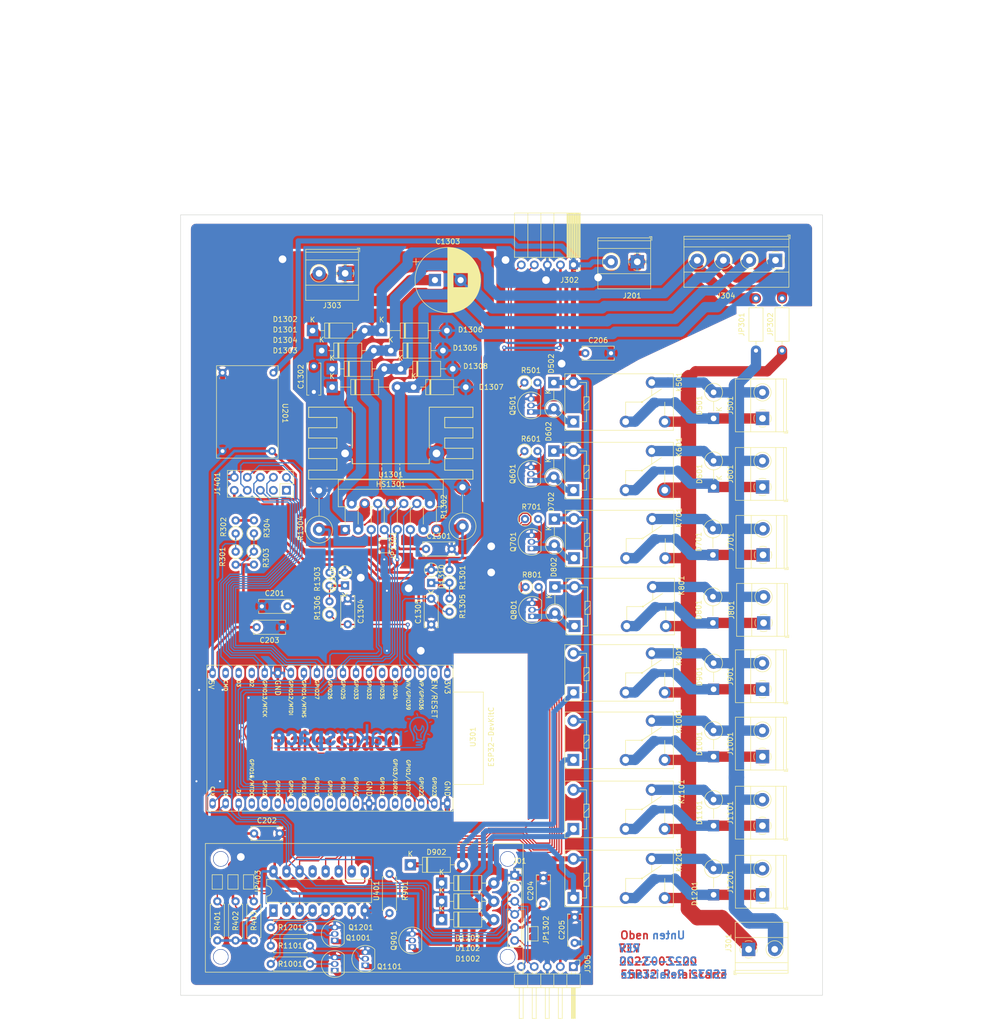
<source format=kicad_pcb>
(kicad_pcb (version 20211014) (generator pcbnew)

  (general
    (thickness 1.6)
  )

  (paper "A4" portrait)
  (title_block
    (title "ESP32 Relaiskarte")
    (date "2022-03-21")
    (rev "0.0.1")
    (company "makerspace Bocholt")
    (comment 1 "+ optionale Servo Ansteuerung")
    (comment 2 "+ optionale Lan Karte")
    (comment 4 "Frank Tobergte")
  )

  (layers
    (0 "F.Cu" signal)
    (31 "B.Cu" signal)
    (32 "B.Adhes" user "B.Adhesive")
    (33 "F.Adhes" user "F.Adhesive")
    (34 "B.Paste" user)
    (35 "F.Paste" user)
    (36 "B.SilkS" user "B.Silkscreen")
    (37 "F.SilkS" user "F.Silkscreen")
    (38 "B.Mask" user)
    (39 "F.Mask" user)
    (40 "Dwgs.User" user "User.Drawings")
    (41 "Cmts.User" user "User.Comments")
    (42 "Eco1.User" user "User.Eco1")
    (43 "Eco2.User" user "User.Eco2")
    (44 "Edge.Cuts" user)
    (45 "Margin" user)
    (46 "B.CrtYd" user "B.Courtyard")
    (47 "F.CrtYd" user "F.Courtyard")
    (48 "B.Fab" user)
    (49 "F.Fab" user)
    (50 "User.1" user "Nutzer.1")
    (51 "User.2" user "Nutzer.2")
    (52 "User.3" user "Nutzer.3")
    (53 "User.4" user "Nutzer.4")
    (54 "User.5" user "Nutzer.5")
    (55 "User.6" user "Nutzer.6")
    (56 "User.7" user "Nutzer.7")
    (57 "User.8" user "Nutzer.8")
    (58 "User.9" user "Nutzer.9")
  )

  (setup
    (stackup
      (layer "F.SilkS" (type "Top Silk Screen"))
      (layer "F.Paste" (type "Top Solder Paste"))
      (layer "F.Mask" (type "Top Solder Mask") (thickness 0.01))
      (layer "F.Cu" (type "copper") (thickness 0.035))
      (layer "dielectric 1" (type "core") (thickness 1.51) (material "FR4") (epsilon_r 4.5) (loss_tangent 0.02))
      (layer "B.Cu" (type "copper") (thickness 0.035))
      (layer "B.Mask" (type "Bottom Solder Mask") (thickness 0.01))
      (layer "B.Paste" (type "Bottom Solder Paste"))
      (layer "B.SilkS" (type "Bottom Silk Screen"))
      (copper_finish "None")
      (dielectric_constraints no)
    )
    (pad_to_mask_clearance 0)
    (pcbplotparams
      (layerselection 0x0040020_ffffffff)
      (disableapertmacros false)
      (usegerberextensions false)
      (usegerberattributes true)
      (usegerberadvancedattributes true)
      (creategerberjobfile true)
      (svguseinch false)
      (svgprecision 6)
      (excludeedgelayer false)
      (plotframeref true)
      (viasonmask false)
      (mode 1)
      (useauxorigin false)
      (hpglpennumber 1)
      (hpglpenspeed 20)
      (hpglpendiameter 15.000000)
      (dxfpolygonmode true)
      (dxfimperialunits true)
      (dxfusepcbnewfont true)
      (psnegative false)
      (psa4output false)
      (plotreference true)
      (plotvalue true)
      (plotinvisibletext false)
      (sketchpadsonfab false)
      (subtractmaskfromsilk false)
      (outputformat 4)
      (mirror false)
      (drillshape 2)
      (scaleselection 1)
      (outputdirectory "Ausgaben/")
    )
  )

  (net 0 "")
  (net 1 "+12V")
  (net 2 "/Digital/Relais Ansteuerung/A")
  (net 3 "/Digital/Relais Ansteuerung/B")
  (net 4 "Net-(Q501-Pad2)")
  (net 5 "GND")
  (net 6 "Net-(Q601-Pad2)")
  (net 7 "Net-(Q701-Pad2)")
  (net 8 "Net-(Q801-Pad2)")
  (net 9 "Net-(Q901-Pad2)")
  (net 10 "Net-(Q1001-Pad2)")
  (net 11 "Net-(Q1101-Pad2)")
  (net 12 "Net-(Q1201-Pad2)")
  (net 13 "unconnected-(U401-Pad13)")
  (net 14 "/Digital/Relais Ansteuerung/Relais0/On")
  (net 15 "/Digital/Relais Ansteuerung/Relais1/On")
  (net 16 "/Digital/Relais Ansteuerung/Relais2/On")
  (net 17 "/Digital/Relais Ansteuerung/Relais3/On")
  (net 18 "/Digital/Relais Ansteuerung/Relais4/On")
  (net 19 "/Digital/Relais Ansteuerung/Relais5/On")
  (net 20 "/Digital/Relais Ansteuerung/Relais6/On")
  (net 21 "/Digital/Relais Ansteuerung/Relais7/On")
  (net 22 "/Digital/Lan/Sck")
  (net 23 "+3V3")
  (net 24 "unconnected-(U301-Pad2)")
  (net 25 "/Digital/Lan/So")
  (net 26 "/Digital/Lan/Si")
  (net 27 "/Digital/PCA9635 Servo/OE")
  (net 28 "unconnected-(U301-Pad16)")
  (net 29 "unconnected-(U301-Pad17)")
  (net 30 "unconnected-(U301-Pad18)")
  (net 31 "/Digital/SCL")
  (net 32 "Net-(J1301-Pad6)")
  (net 33 "unconnected-(U301-Pad5)")
  (net 34 "unconnected-(U301-Pad23)")
  (net 35 "unconnected-(U301-Pad24)")
  (net 36 "unconnected-(U301-Pad25)")
  (net 37 "/Digital/Lan/Cs")
  (net 38 "unconnected-(U301-Pad27)")
  (net 39 "unconnected-(U301-Pad28)")
  (net 40 "/Digital/Lan/CLK")
  (net 41 "unconnected-(U301-Pad30)")
  (net 42 "unconnected-(U301-Pad33)")
  (net 43 "unconnected-(U301-Pad34)")
  (net 44 "unconnected-(U301-Pad35)")
  (net 45 "unconnected-(U301-Pad6)")
  (net 46 "/Digital/Lan/Wol")
  (net 47 "/Digital/Relais Ansteuerung/Relais0/AB")
  (net 48 "/Digital/Relais Ansteuerung/Relais1/AB")
  (net 49 "/Digital/Relais Ansteuerung/Relais2/AB")
  (net 50 "/Digital/Relais Ansteuerung/Relais3/AB")
  (net 51 "/Digital/Relais Ansteuerung/Relais4/AB")
  (net 52 "/Digital/Relais Ansteuerung/Relais5/AB")
  (net 53 "/Digital/Relais Ansteuerung/Relais6/AB")
  (net 54 "/Digital/Relais Ansteuerung/Relais7/AB")
  (net 55 "/Digital/Relais Ansteuerung/Relais0/mitte")
  (net 56 "/Digital/Relais Ansteuerung/Relais1/mitte")
  (net 57 "/Digital/Relais Ansteuerung/Relais2/mitte")
  (net 58 "/Digital/Relais Ansteuerung/Relais3/mitte")
  (net 59 "/Digital/Relais Ansteuerung/Relais4/mitte")
  (net 60 "/Digital/Relais Ansteuerung/Relais5/mitte")
  (net 61 "/Digital/Relais Ansteuerung/Relais6/mitte")
  (net 62 "/Digital/Relais Ansteuerung/Relais7/mitte")
  (net 63 "/Digital/Motortreiber/M2B")
  (net 64 "/Digital/Motortreiber/M2A")
  (net 65 "/Digital/Motortreiber/M1B")
  (net 66 "/Digital/Motortreiber/M1A")
  (net 67 "/Digital/Motortreiber/1m")
  (net 68 "+5V")
  (net 69 "/Digital/Motortreiber/2m")
  (net 70 "/Digital/Motortreiber/GNDPWR")
  (net 71 "/Digital/Motortreiber/VS")
  (net 72 "Net-(JP401-Pad2)")
  (net 73 "Net-(JP402-Pad2)")
  (net 74 "Net-(JP403-Pad2)")
  (net 75 "/Digital/Lan/Reset")
  (net 76 "/Digital/SDA")
  (net 77 "/Digital/Lan/Int")
  (net 78 "Net-(D1309-Pad1)")
  (net 79 "/Digital/1Mess")
  (net 80 "/Digital/2Mess")
  (net 81 "/Digital/1A")
  (net 82 "/Digital/1En")
  (net 83 "/Digital/1B")
  (net 84 "/Digital/2A")
  (net 85 "/Digital/2En")
  (net 86 "/Digital/2B")
  (net 87 "Net-(D1310-Pad1)")
  (net 88 "unconnected-(U301-Pad29)")

  (footprint "Package_TO_SOT_THT:TO-92_Inline" (layer "F.Cu") (at 76.232 220.726 90))

  (footprint "Diode_THT:D_DO-41_SOD81_P5.08mm_Vertical_KathodeUp" (layer "F.Cu") (at 149.892 139.847591 90))

  (footprint "Diode_THT:D_DO-41_SOD81_P5.08mm_Vertical_KathodeUp" (layer "F.Cu") (at 118.904 106.299 -90))

  (footprint "Diode_THT:D_DO-41_SOD81_P10.16mm_Horizontal" (layer "F.Cu") (at 97.06 207.264))

  (footprint "Resistor_THT:R_Axial_DIN0207_L6.3mm_D2.5mm_P2.54mm_Vertical" (layer "F.Cu") (at 56.9425 135.6795 90))

  (footprint "Diode_THT:D_DO-41_SOD81_P5.08mm_Vertical_KathodeUp" (layer "F.Cu") (at 150.014 192.552591 90))

  (footprint "Resistor_THT:R_Axial_DIN0207_L6.3mm_D2.5mm_P10.16mm_Horizontal" (layer "F.Cu") (at 158.274 89.916 -90))

  (footprint "Relay_THT:Relay_SPDT_Omron-G5Q-1" (layer "F.Cu") (at 122.835408 140.472591))

  (footprint "Resistor_THT:R_Axial_DIN0207_L6.3mm_D2.5mm_P7.62mm_Horizontal" (layer "F.Cu") (at 63.786 219.456))

  (footprint "Package_TO_SOT_THT:TO-92_Inline" (layer "F.Cu") (at 91.324 216.154 90))

  (footprint "Resistor_THT:R_Axial_DIN0207_L6.3mm_D2.5mm_P2.54mm_Vertical" (layer "F.Cu") (at 113.295408 132.862591))

  (footprint "eigene Modelle:Adafruit PCA9685" (layer "F.Cu") (at 111.284 202.184))

  (footprint "Package_TO_SOT_THT:TO-92_Inline" (layer "F.Cu") (at 114.671817 151.806183 90))

  (footprint "Resistor_THT:R_Axial_DIN0207_L6.3mm_D2.5mm_P2.54mm_Vertical" (layer "F.Cu") (at 113.401817 146.091183))

  (footprint "Capacitor_THT:C_Disc_D6.0mm_W2.5mm_P5.00mm" (layer "F.Cu") (at 94.012 138.684))

  (footprint "Resistor_THT:R_Axial_DIN0516_L15.5mm_D5.0mm_P7.62mm_Vertical" (layer "F.Cu") (at 73.184 134.921925 90))

  (footprint "Diode_THT:D_DO-41_SOD81_P12.70mm_Horizontal" (layer "F.Cu") (at 85.376 96.186925))

  (footprint "Resistor_THT:R_Axial_DIN0207_L6.3mm_D2.5mm_P7.62mm_Horizontal" (layer "F.Cu") (at 53.372 214.884 90))

  (footprint "Jumper:SolderJumper-2_P1.3mm_Open_TrianglePad1.0x1.5mm" (layer "F.Cu") (at 59.468 203.491 -90))

  (footprint "Diode_THT:D_DO-41_SOD81_P10.16mm_Horizontal" (layer "F.Cu") (at 91.599 107.188))

  (footprint "Diode_THT:D_DO-41_SOD81_P12.70mm_Horizontal" (layer "F.Cu") (at 75.724 107.188))

  (footprint "Relay_THT:Relay_SPDT_Omron-G5Q-1" (layer "F.Cu") (at 122.941817 153.701183))

  (footprint "Diode_THT:D_DO-41_SOD81_P10.16mm_Horizontal" (layer "F.Cu") (at 87.154 100.076))

  (footprint "Resistor_THT:R_Axial_DIN0516_L15.5mm_D5.0mm_P7.62mm_Vertical" (layer "F.Cu") (at 101.124 134.286925 90))

  (footprint "TerminalBlock_Phoenix:TerminalBlock_Phoenix_MKDS-1,5-2-5.08_1x02_P5.08mm_Horizontal" (layer "F.Cu") (at 78.269 85.039 180))

  (footprint "Diode_THT:D_DO-41_SOD81_P5.08mm_Vertical_KathodeUp" (layer "F.Cu") (at 150.019 113.284 90))

  (footprint "Jumper:SolderJumper-2_P1.3mm_Open_TrianglePad1.0x1.5mm" (layer "F.Cu") (at 56.42 203.491 -90))

  (footprint "TerminalBlock_Phoenix:TerminalBlock_Phoenix_MKDS-1,5-2-5.08_1x02_P5.08mm_Horizontal" (layer "F.Cu") (at 159.544 165.989 90))

  (footprint "Resistor_THT:R_Axial_DIN0207_L6.3mm_D2.5mm_P2.54mm_Vertical" (layer "F.Cu") (at 98.584 150.876 90))

  (footprint "TerminalBlock_Phoenix:TerminalBlock_Phoenix_MKDS-1,5-2-5.08_1x02_P5.08mm_Horizontal" (layer "F.Cu") (at 159.544 205.994 90))

  (footprint "Package_TO_SOT_THT:TO-92_Inline" (layer "F.Cu") (at 76.232 214.884 90))

  (footprint "Diode_THT:D_DO-41_SOD81_P5.08mm_Vertical_KathodeUp" (layer "F.Cu") (at 150.019 205.994 90))

  (footprint "TerminalBlock_Phoenix:TerminalBlock_Phoenix_MKDS-1,5-2-5.08_1x02_P5.08mm_Horizontal" (layer "F.Cu") (at 159.539 179.111183 90))

  (footprint "Resistor_THT:R_Axial_DIN0207_L6.3mm_D2.5mm_P2.54mm_Vertical" (layer "F.Cu") (at 113.189 106.299))

  (footprint "Capacitor_THT:C_Disc_D6.0mm_W2.5mm_P5.00mm" (layer "F.Cu") (at 72.168 103.124 -90))

  (footprint "Capacitor_THT:C_Disc_D6.0mm_W2.5mm_P5.00mm" (layer "F.Cu") (at 122.968 215.352 90))

  (footprint "Jumper:SolderJumper-2_P1.3mm_Bridged2Bar_Pad1.0x1.5mm" (layer "F.Cu") (at 85.884 138.034 -90))

  (footprint "Diode_THT:D_DO-41_SOD81_P5.08mm_Vertical_KathodeUp" (layer "F.Cu") (at 149.892 153.076183 90))

  (footprint "Relay_THT:Relay_SPDT_Omron-G5Q-1" (layer "F.Cu") (at 122.724 179.736183))

  (footprint "TerminalBlock_Phoenix:TerminalBlock_Phoenix_MKDS-1,5-2-5.08_1x02_P5.08mm_Horizontal" (layer "F.Cu") (at 159.539 192.552591 90))

  (footprint "Capacitor_THT:C_Disc_D6.0mm_W2.5mm_P5.00mm" (layer "F.Cu") (at 67.048 149.86 180))

  (footprint "Resistor_THT:R_Axial_DIN0207_L6.3mm_D2.5mm_P2.54mm_Vertical" (layer "F.Cu") (at 60.4985 139.1775 -90))

  (footprint "Diode_THT:D_DO-41_SOD81_P5.08mm_Vertical_KathodeUp" (layer "F.Cu") (at 150.019 126.619 90))

  (footprint "TerminalBlock_Phoenix:TerminalBlock_Phoenix_MKDS-1,5-2-5.08_1x02_P5.08mm_Horizontal" (layer "F.Cu") (at 156.839 216.609))

  (footprint "Jumper:SolderJumper-2_P1.3mm_Open_TrianglePad1.0x1.5mm" (layer "F.Cu") (at 114.84 213.577 90))

  (footprint "TerminalBlock_Phoenix:TerminalBlock_Phoenix_MKDS-1,5-2-5.08_1x02_P5.08mm_Horizontal" (layer "F.Cu") (at 159.544 126.619 90))

  (footprint "TerminalBlock_Phoenix:TerminalBlock_Phoenix_MKDS-1,5-2-5.08_1x02_P5.08mm_Horizontal" (layer "F.Cu")
    (tedit 5B294EBC) (tstamp 8018baa4-9676-4a92-8f36-ded619eb37dd)
    (at 159.544 113.284 90)
    (descr "Terminal Block Phoenix MKDS-1,5-2-5.08, 2 pins, pitch 5.08mm, size 10.2x9.8mm^2, drill diamater 1.3mm, pad diameter 2.6mm, see http://www.farnell.com/datasheets/100425.pdf, script-generated using https://github.com/pointhi/kicad-footprint-generator/scripts/TerminalBlock_Phoenix")
    (tags "THT Terminal Block Phoenix MKDS-1,5-2-5.08 pitch 5.08mm size 10.2x9.8mm^2 drill 1.3mm pad 2.6mm")
    (property "Sheetfile" "Relais.kicad_sch")
    (property "Sheetname" "Relais0")
    (path "/c7d0284b-26f3-46a0-a20a-63616420e27a/e5b83e64-c70c-4e3c-91cb-1e480aa92410/e0a443e6-b8c7-4ff9-acc6-d033b4d33fe3/1fe43737-6852-4bd7-bea8-de22dad41c97")
    (attr through_hole)
    (fp_text reference "J501" (at 2.54 -6.26 90) (layer "F.SilkS")
      (effects (font (size 1 1) (thickness 0.15)))
      (tstamp d76e354a-8d1a-4b11-ba54-532927a76cd5)
    )
    (fp_text value "Screw_Terminal_01x02" (at 2.54 5.66 90) (layer "F.Fab")
      (effects (font (size 1 1) (thickness 0.15)))
      (tstamp 78435a88-60f2-4aa3-9041-1005ebd18970)
    )
    (fp_text user "${REFERENCE}" (at 2.54 3.2 90) (layer "F.Fab")
      (effects (font (size 1 1) (thickness 0.15)))
      (tstamp 50aefddb-8168-47ad-9a4f-87567aa259ea)
    )
    (fp_line (start -2.6 4.1) (end 7.68 4.1) (layer "F.SilkS") (width 0.12) (tstamp 13d23c4d-fd30-472e-962f-8ef7ab44774f))
    (fp_line (start -2.84 4.16) (end -2.84 4.9) (layer "F.SilkS") (width 0.12) (tstamp 2ed33713-452c-4a16-b30d-6a2848d8b9b1))
    (fp_line (start 6.355 -1.069) (end 6.308 -1.023) (layer "F.SilkS") (width 0.12) (tstamp 380e93be-a23c-4191-ac9e-352d2723eba1))
    (fp_line (start 7.68 -5.261) (end 7.68 4.66) (layer "F.SilkS") (width 0.12) (tstamp 3d27545a-b4b2-45cf-9571-8021d06bce8d))
    (fp_line (start 4.046 1.239) (end 4.011 1.274) (layer "F.SilkS") (width 0.12) (tstamp 48c7f521-89cd-40f4-81af-54f58e8863d8))
    (fp_line (start -2.6 -5.261) (end -2.6 4.66) (layer "F.SilkS") (width 0.12) (tstamp 4f0145ab-71cf-44d2-86e2-ec66278a135d))
    (fp_line (start -2.6 2.6) (end 7.68 2.6) (layer "F.SilkS") (width 0.12) (tstamp 7a492162-9f1a-46e0-b9ab-96701633ba2a))
    (fp_line (start -2.84 4.9) (end -2.34 4.9) (layer "F.SilkS") (width 0.12) (tstamp 7e71be27-4a5b-4ee7-97da-b80731a67f10))
    (fp_line (start -2.6 -5.261) (end 7.68 -5.261) (layer "F.SilkS") (width 0.12) (tstamp 873b26cb-57d8-496a-ba6d-014c367acc65))
    (fp_line (start 6.15 -1.275) (end 6.115 -1.239) (layer "F.SilkS") (width 0.12) (tstamp a186334c-2f74-4b04-a547-53d0be507f24))
    (fp_line (start -2.6 -2.301) (end 7.68 -2.301) (layer "F.SilkS") (width 0.12) (tstamp a7a95ebf-8ca5-4446-bc04-d9593852175d))
    (fp_line (start 3.853 1.023) (end 3.806 1.069) (layer "F.SilkS") (width 0.12) (tstamp c76abf29-644a-4566-85b3-a66f9796ae07))
    (fp_li
... [2263138 chars truncated]
</source>
